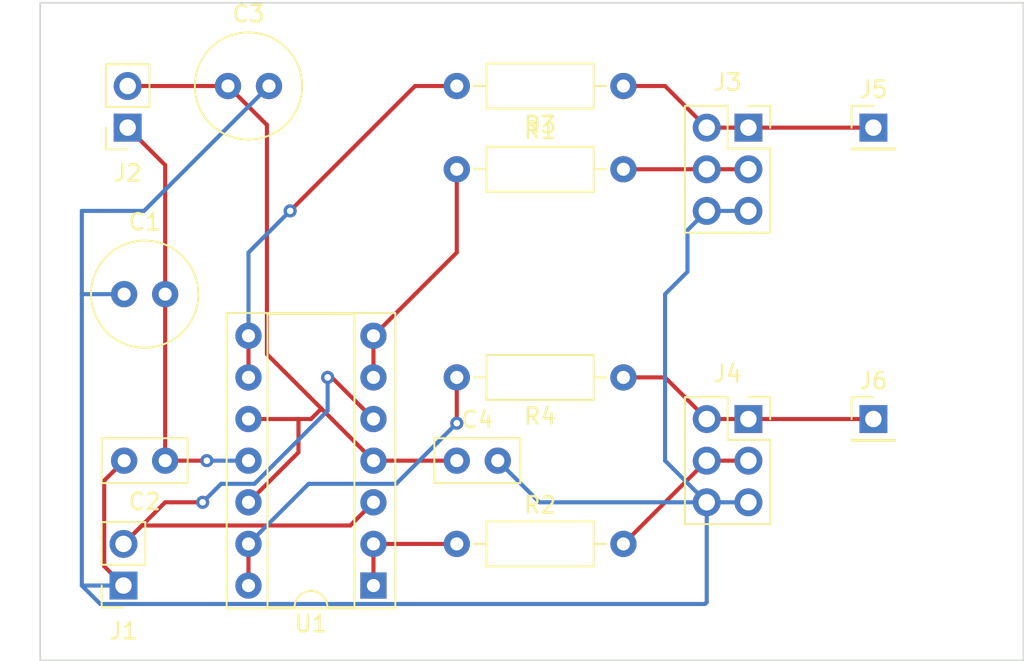
<source format=kicad_pcb>
(kicad_pcb (version 20221018) (generator pcbnew)
  (layers (0 "F.Cu" signal) (31 "B.Cu" signal) (34 "B.Paste" user) (35 "F.Paste" user) (36 "B.SilkS" user "B.Silkscreen") (37 "F.SilkS" user "F.Silkscreen") (38 "B.Mask" user) (39 "F.Mask" user) (44 "Edge.Cuts" user))
  (net 0 "")
  (net 1 "/Vcc")
  (net 2 "GND")
  (net 3 "/Vee")
  (net 4 "/Signal")
  (net 5 "Net-(J3-Pin_1)")
  (net 6 "Net-(J3-Pin_3)")
  (net 7 "Net-(U1B--)")
  (net 8 "Net-(J4-Pin_1)")
  (net 9 "Net-(U1A--)")
  (net 10 "Net-(J4-Pin_3)")
  (net 11 "Net-(U1C--)")
  (net 12 "Net-(U1D--)")
  (footprint "Resistor_THT:R_Axial_DIN0207_L6.3mm_D2.5mm_P10.16mm_Horizontal" (layer "F.Cu") (at 127 109.22)
    (fp_text reference "R2" (at 5.08 -2.37) (layer "F.SilkS"))
    (fp_text value "1.2k")
    (fp_line (start 1.04 0) (end 1.81 0) (stroke (width 0.12)) (layer "F.SilkS"))
    (fp_line (start 1.81 -1.37) (end 1.81 1.37) (stroke (width 0.12)) (layer "F.SilkS"))
    (fp_line (start 1.81 1.37) (end 8.35 1.37) (stroke (width 0.12)) (layer "F.SilkS"))
    (fp_line (start 8.35 -1.37) (end 1.81 -1.37) (stroke (width 0.12)) (layer "F.SilkS"))
    (fp_line (start 8.35 1.37) (end 8.35 -1.37) (stroke (width 0.12)) (layer "F.SilkS"))
    (fp_line (start 9.12 0) (end 8.35 0) (stroke (width 0.12)) (layer "F.SilkS"))
    (pad "1" thru_hole circle (at 0 0) (size 1.6 1.6) (drill 0.8) (layers "*.Cu" "*.Mask") (net 9 "Net-(U1A--)"))
    (pad "2" thru_hole oval (at 10.16 0) (size 1.6 1.6) (drill 0.8) (layers "*.Cu" "*.Mask") (net 10 "Net-(J4-Pin_3)"))
  )
  (footprint "Capacitor_THT:C_Disc_D5.0mm_W2.5mm_P2.50mm" (layer "F.Cu") (at 127 104.14)
    (fp_text reference "C4" (at 1.25 -2.5) (layer "F.SilkS"))
    (fp_text value "10n")
    (fp_line (start -1.37 -1.37) (end -1.37 1.37) (stroke (width 0.12)) (layer "F.SilkS"))
    (fp_line (start -1.37 -1.37) (end 3.87 -1.37) (stroke (width 0.12)) (layer "F.SilkS"))
    (fp_line (start -1.37 1.37) (end 3.87 1.37) (stroke (width 0.12)) (layer "F.SilkS"))
    (fp_line (start 3.87 -1.37) (end 3.87 1.37) (stroke (width 0.12)) (layer "F.SilkS"))
    (pad "1" thru_hole circle (at 0 0) (size 1.6 1.6) (drill 0.8) (layers "*.Cu" "*.Mask") (net 1 "/Vcc"))
    (pad "2" thru_hole circle (at 2.5 0) (size 1.6 1.6) (drill 0.8) (layers "*.Cu" "*.Mask") (net 2 "GND"))
  )
  (footprint "Connector_PinSocket_2.54mm:PinSocket_2x03_P2.54mm_Vertical" (layer "F.Cu") (at 144.78 101.6)
    (fp_text reference "J4" (at -1.27 -2.77) (layer "F.SilkS"))
    (fp_text value "Conn_02x03_Odd_Even")
    (fp_line (start -3.87 -1.33) (end -3.87 6.41) (stroke (width 0.12)) (layer "F.SilkS"))
    (fp_line (start -3.87 -1.33) (end -1.27 -1.33) (stroke (width 0.12)) (layer "F.SilkS"))
    (fp_line (start -3.87 6.41) (end 1.33 6.41) (stroke (width 0.12)) (layer "F.SilkS"))
    (fp_line (start -1.27 -1.33) (end -1.27 1.27) (stroke (width 0.12)) (layer "F.SilkS"))
    (fp_line (start -1.27 1.27) (end 1.33 1.27) (stroke (width 0.12)) (layer "F.SilkS"))
    (fp_line (start 0 -1.33) (end 1.33 -1.33) (stroke (width 0.12)) (layer "F.SilkS"))
    (fp_line (start 1.33 -1.33) (end 1.33 0) (stroke (width 0.12)) (layer "F.SilkS"))
    (fp_line (start 1.33 1.27) (end 1.33 6.41) (stroke (width 0.12)) (layer "F.SilkS"))
    (pad "1" thru_hole rect (at 0 0) (size 1.7 1.7) (drill 1) (layers "*.Cu" "*.Mask") (net 8 "Net-(J4-Pin_1)"))
    (pad "2" thru_hole oval (at -2.54 0) (size 1.7 1.7) (drill 1) (layers "*.Cu" "*.Mask") (net 8 "Net-(J4-Pin_1)"))
    (pad "3" thru_hole oval (at 0 2.54) (size 1.7 1.7) (drill 1) (layers "*.Cu" "*.Mask") (net 10 "Net-(J4-Pin_3)"))
    (pad "4" thru_hole oval (at -2.54 2.54) (size 1.7 1.7) (drill 1) (layers "*.Cu" "*.Mask") (net 10 "Net-(J4-Pin_3)"))
    (pad "5" thru_hole oval (at 0 5.08) (size 1.7 1.7) (drill 1) (layers "*.Cu" "*.Mask") (net 2 "GND"))
    (pad "6" thru_hole oval (at -2.54 5.08) (size 1.7 1.7) (drill 1) (layers "*.Cu" "*.Mask") (net 2 "GND"))
  )
  (footprint "Connector_PinSocket_2.54mm:PinSocket_2x03_P2.54mm_Vertical" (layer "F.Cu") (at 144.78 83.82)
    (fp_text reference "J3" (at -1.27 -2.77) (layer "F.SilkS"))
    (fp_text value "Conn_02x03_Odd_Even")
    (fp_line (start -3.87 -1.33) (end -3.87 6.41) (stroke (width 0.12)) (layer "F.SilkS"))
    (fp_line (start -3.87 -1.33) (end -1.27 -1.33) (stroke (width 0.12)) (layer "F.SilkS"))
    (fp_line (start -3.87 6.41) (end 1.33 6.41) (stroke (width 0.12)) (layer "F.SilkS"))
    (fp_line (start -1.27 -1.33) (end -1.27 1.27) (stroke (width 0.12)) (layer "F.SilkS"))
    (fp_line (start -1.27 1.27) (end 1.33 1.27) (stroke (width 0.12)) (layer "F.SilkS"))
    (fp_line (start 0 -1.33) (end 1.33 -1.33) (stroke (width 0.12)) (layer "F.SilkS"))
    (fp_line (start 1.33 -1.33) (end 1.33 0) (stroke (width 0.12)) (layer "F.SilkS"))
    (fp_line (start 1.33 1.27) (end 1.33 6.41) (stroke (width 0.12)) (layer "F.SilkS"))
    (pad "1" thru_hole rect (at 0 0) (size 1.7 1.7) (drill 1) (layers "*.Cu" "*.Mask") (net 5 "Net-(J3-Pin_1)"))
    (pad "2" thru_hole oval (at -2.54 0) (size 1.7 1.7) (drill 1) (layers "*.Cu" "*.Mask") (net 5 "Net-(J3-Pin_1)"))
    (pad "3" thru_hole oval (at 0 2.54) (size 1.7 1.7) (drill 1) (layers "*.Cu" "*.Mask") (net 6 "Net-(J3-Pin_3)"))
    (pad "4" thru_hole oval (at -2.54 2.54) (size 1.7 1.7) (drill 1) (layers "*.Cu" "*.Mask") (net 6 "Net-(J3-Pin_3)"))
    (pad "5" thru_hole oval (at 0 5.08) (size 1.7 1.7) (drill 1) (layers "*.Cu" "*.Mask") (net 2 "GND"))
    (pad "6" thru_hole oval (at -2.54 5.08) (size 1.7 1.7) (drill 1) (layers "*.Cu" "*.Mask") (net 2 "GND"))
  )
  (footprint "Connector_PinSocket_2.54mm:PinSocket_1x02_P2.54mm_Vertical" (layer "F.Cu") (at 106.68 111.76 180)
    (fp_text reference "J1" (at 0 -2.77) (layer "F.SilkS"))
    (fp_text value "Conn_01x02_Socket")
    (fp_line (start -1.33 1.27) (end -1.33 3.87) (stroke (width 0.12)) (layer "F.SilkS"))
    (fp_line (start -1.33 1.27) (end 1.33 1.27) (stroke (width 0.12)) (layer "F.SilkS"))
    (fp_line (start -1.33 3.87) (end 1.33 3.87) (stroke (width 0.12)) (layer "F.SilkS"))
    (fp_line (start 0 -1.33) (end 1.33 -1.33) (stroke (width 0.12)) (layer "F.SilkS"))
    (fp_line (start 1.33 -1.33) (end 1.33 0) (stroke (width 0.12)) (layer "F.SilkS"))
    (fp_line (start 1.33 1.27) (end 1.33 3.87) (stroke (width 0.12)) (layer "F.SilkS"))
    (pad "1" thru_hole rect (at 0 0 180) (size 1.7 1.7) (drill 1) (layers "*.Cu" "*.Mask") (net 2 "GND"))
    (pad "2" thru_hole oval (at 0 2.54 180) (size 1.7 1.7) (drill 1) (layers "*.Cu" "*.Mask") (net 4 "/Signal"))
  )
  (footprint "Connector_PinHeader_2.54mm:PinHeader_1x01_P2.54mm_Vertical" (layer "F.Cu") (at 152.4 83.82)
    (fp_text reference "J5" (at 0 -2.33) (layer "F.SilkS"))
    (fp_text value "Conn_01x01")
    (fp_line (start -1.33 -1.33) (end 0 -1.33) (stroke (width 0.12)) (layer "F.SilkS"))
    (fp_line (start -1.33 0) (end -1.33 -1.33) (stroke (width 0.12)) (layer "F.SilkS"))
    (fp_line (start -1.33 1.27) (end -1.33 1.33) (stroke (width 0.12)) (layer "F.SilkS"))
    (fp_line (start -1.33 1.27) (end 1.33 1.27) (stroke (width 0.12)) (layer "F.SilkS"))
    (fp_line (start -1.33 1.33) (end 1.33 1.33) (stroke (width 0.12)) (layer "F.SilkS"))
    (fp_line (start 1.33 1.27) (end 1.33 1.33) (stroke (width 0.12)) (layer "F.SilkS"))
    (pad "1" thru_hole rect (at 0 0) (size 1.7 1.7) (drill 1) (layers "*.Cu" "*.Mask") (net 5 "Net-(J3-Pin_1)"))
  )
  (footprint "Connector_PinSocket_2.54mm:PinSocket_1x02_P2.54mm_Vertical" (layer "F.Cu") (at 106.934 83.82 180)
    (fp_text reference "J2" (at 0 -2.77) (layer "F.SilkS"))
    (fp_text value "Conn_01x02_Socket")
    (fp_line (start -1.33 1.27) (end -1.33 3.87) (stroke (width 0.12)) (layer "F.SilkS"))
    (fp_line (start -1.33 1.27) (end 1.33 1.27) (stroke (width 0.12)) (layer "F.SilkS"))
    (fp_line (start -1.33 3.87) (end 1.33 3.87) (stroke (width 0.12)) (layer "F.SilkS"))
    (fp_line (start 0 -1.33) (end 1.33 -1.33) (stroke (width 0.12)) (layer "F.SilkS"))
    (fp_line (start 1.33 -1.33) (end 1.33 0) (stroke (width 0.12)) (layer "F.SilkS"))
    (fp_line (start 1.33 1.27) (end 1.33 3.87) (stroke (width 0.12)) (layer "F.SilkS"))
    (pad "1" thru_hole rect (at 0 0 180) (size 1.7 1.7) (drill 1) (layers "*.Cu" "*.Mask") (net 3 "/Vee"))
    (pad "2" thru_hole oval (at 0 2.54 180) (size 1.7 1.7) (drill 1) (layers "*.Cu" "*.Mask") (net 1 "/Vcc"))
  )
  (footprint "Resistor_THT:R_Axial_DIN0207_L6.3mm_D2.5mm_P10.16mm_Horizontal" (layer "F.Cu") (at 137.16 99.06 180)
    (fp_text reference "R4" (at 5.08 -2.37) (layer "F.SilkS"))
    (fp_text value "220")
    (fp_line (start 1.04 0) (end 1.81 0) (stroke (width 0.12)) (layer "F.SilkS"))
    (fp_line (start 1.81 -1.37) (end 1.81 1.37) (stroke (width 0.12)) (layer "F.SilkS"))
    (fp_line (start 1.81 1.37) (end 8.35 1.37) (stroke (width 0.12)) (layer "F.SilkS"))
    (fp_line (start 8.35 -1.37) (end 1.81 -1.37) (stroke (width 0.12)) (layer "F.SilkS"))
    (fp_line (start 8.35 1.37) (end 8.35 -1.37) (stroke (width 0.12)) (layer "F.SilkS"))
    (fp_line (start 9.12 0) (end 8.35 0) (stroke (width 0.12)) (layer "F.SilkS"))
    (pad "1" thru_hole circle (at 0 0 180) (size 1.6 1.6) (drill 0.8) (layers "*.Cu" "*.Mask") (net 8 "Net-(J4-Pin_1)"))
    (pad "2" thru_hole oval (at 10.16 0 180) (size 1.6 1.6) (drill 0.8) (layers "*.Cu" "*.Mask") (net 12 "Net-(U1D--)"))
  )
  (footprint "Capacitor_THT:C_Disc_D5.0mm_W2.5mm_P2.50mm" (layer "F.Cu") (at 109.22 104.14 180)
    (fp_text reference "C2" (at 1.25 -2.5) (layer "F.SilkS"))
    (fp_text value "10n")
    (fp_line (start -1.37 -1.37) (end -1.37 1.37) (stroke (width 0.12)) (layer "F.SilkS"))
    (fp_line (start -1.37 -1.37) (end 3.87 -1.37) (stroke (width 0.12)) (layer "F.SilkS"))
    (fp_line (start -1.37 1.37) (end 3.87 1.37) (stroke (width 0.12)) (layer "F.SilkS"))
    (fp_line (start 3.87 -1.37) (end 3.87 1.37) (stroke (width 0.12)) (layer "F.SilkS"))
    (pad "1" thru_hole circle (at 0 0 180) (size 1.6 1.6) (drill 0.8) (layers "*.Cu" "*.Mask") (net 3 "/Vee"))
    (pad "2" thru_hole circle (at 2.5 0 180) (size 1.6 1.6) (drill 0.8) (layers "*.Cu" "*.Mask") (net 2 "GND"))
  )
  (footprint "Resistor_THT:R_Axial_DIN0207_L6.3mm_D2.5mm_P10.16mm_Horizontal" (layer "F.Cu") (at 127 86.36)
    (fp_text reference "R1" (at 5.08 -2.37) (layer "F.SilkS"))
    (fp_text value "1.2k")
    (fp_line (start 1.04 0) (end 1.81 0) (stroke (width 0.12)) (layer "F.SilkS"))
    (fp_line (start 1.81 -1.37) (end 1.81 1.37) (stroke (width 0.12)) (layer "F.SilkS"))
    (fp_line (start 1.81 1.37) (end 8.35 1.37) (stroke (width 0.12)) (layer "F.SilkS"))
    (fp_line (start 8.35 -1.37) (end 1.81 -1.37) (stroke (width 0.12)) (layer "F.SilkS"))
    (fp_line (start 8.35 1.37) (end 8.35 -1.37) (stroke (width 0.12)) (layer "F.SilkS"))
    (fp_line (start 9.12 0) (end 8.35 0) (stroke (width 0.12)) (layer "F.SilkS"))
    (pad "1" thru_hole circle (at 0 0) (size 1.6 1.6) (drill 0.8) (layers "*.Cu" "*.Mask") (net 7 "Net-(U1B--)"))
    (pad "2" thru_hole oval (at 10.16 0) (size 1.6 1.6) (drill 0.8) (layers "*.Cu" "*.Mask") (net 6 "Net-(J3-Pin_3)"))
  )
  (footprint "Capacitor_THT:C_Radial_D6.3mm_H5.0mm_P2.50mm" (layer "F.Cu") (at 106.72 93.98)
    (fp_text reference "C1" (at 1.25 -4.4) (layer "F.SilkS"))
    (fp_text value "2.2u")
    (fp_circle (center 1.25 0) (end 4.52 0) (stroke (width 0.12)) (fill none) (layer "F.SilkS"))
    (pad "1" thru_hole circle (at 0 0) (size 1.6 1.6) (drill 0.8) (layers "*.Cu" "*.Mask") (net 2 "GND"))
    (pad "2" thru_hole circle (at 2.5 0) (size 1.6 1.6) (drill 0.8) (layers "*.Cu" "*.Mask") (net 3 "/Vee"))
  )
  (footprint "Capacitor_THT:C_Radial_D6.3mm_H5.0mm_P2.50mm" (layer "F.Cu") (at 113.05 81.28)
    (fp_text reference "C3" (at 1.25 -4.4) (layer "F.SilkS"))
    (fp_text value "2.2u")
    (fp_circle (center 1.25 0) (end 4.52 0) (stroke (width 0.12)) (fill none) (layer "F.SilkS"))
    (pad "1" thru_hole circle (at 0 0) (size 1.6 1.6) (drill 0.8) (layers "*.Cu" "*.Mask") (net 1 "/Vcc"))
    (pad "2" thru_hole circle (at 2.5 0) (size 1.6 1.6) (drill 0.8) (layers "*.Cu" "*.Mask") (net 2 "GND"))
  )
  (footprint "Resistor_THT:R_Axial_DIN0207_L6.3mm_D2.5mm_P10.16mm_Horizontal" (layer "F.Cu") (at 137.16 81.28 180)
    (fp_text reference "R3" (at 5.08 -2.37) (layer "F.SilkS"))
    (fp_text value "220")
    (fp_line (start 1.04 0) (end 1.81 0) (stroke (width 0.12)) (layer "F.SilkS"))
    (fp_line (start 1.81 -1.37) (end 1.81 1.37) (stroke (width 0.12)) (layer "F.SilkS"))
    (fp_line (start 1.81 1.37) (end 8.35 1.37) (stroke (width 0.12)) (layer "F.SilkS"))
    (fp_line (start 8.35 -1.37) (end 1.81 -1.37) (stroke (width 0.12)) (layer "F.SilkS"))
    (fp_line (start 8.35 1.37) (end 8.35 -1.37) (stroke (width 0.12)) (layer "F.SilkS"))
    (fp_line (start 9.12 0) (end 8.35 0) (stroke (width 0.12)) (layer "F.SilkS"))
    (pad "1" thru_hole circle (at 0 0 180) (size 1.6 1.6) (drill 0.8) (layers "*.Cu" "*.Mask") (net 5 "Net-(J3-Pin_1)"))
    (pad "2" thru_hole oval (at 10.16 0 180) (size 1.6 1.6) (drill 0.8) (layers "*.Cu" "*.Mask") (net 11 "Net-(U1C--)"))
  )
  (footprint "Package_DIP:DIP-14_W7.62mm_Socket" (layer "F.Cu") (at 121.92 111.76 180)
    (fp_text reference "U1" (at 3.81 -2.33) (layer "F.SilkS"))
    (fp_text value "TL084")
    (fp_line (start -1.33 -1.39) (end -1.33 16.63) (stroke (width 0.12)) (layer "F.SilkS"))
    (fp_line (start -1.33 16.63) (end 8.95 16.63) (stroke (width 0.12)) (layer "F.SilkS"))
    (fp_line (start 1.16 -1.33) (end 1.16 16.57) (stroke (width 0.12)) (layer "F.SilkS"))
    (fp_line (start 1.16 16.57) (end 6.46 16.57) (stroke (width 0.12)) (layer "F.SilkS"))
    (fp_line (start 2.81 -1.33) (end 1.16 -1.33) (stroke (width 0.12)) (layer "F.SilkS"))
    (fp_line (start 6.46 -1.33) (end 4.81 -1.33) (stroke (width 0.12)) (layer "F.SilkS"))
    (fp_line (start 6.46 16.57) (end 6.46 -1.33) (stroke (width 0.12)) (layer "F.SilkS"))
    (fp_line (start 8.95 -1.39) (end -1.33 -1.39) (stroke (width 0.12)) (layer "F.SilkS"))
    (fp_line (start 8.95 16.63) (end 8.95 -1.39) (stroke (width 0.12)) (layer "F.SilkS"))
    (fp_arc (start 4.81 -1.33) (mid 3.81 -0.33) (end 2.81 -1.33) (stroke (width 0.12)) (layer "F.SilkS"))
    (pad "1" thru_hole rect (at 0 0 180) (size 1.6 1.6) (drill 0.8) (layers "*.Cu" "*.Mask") (net 9 "Net-(U1A--)"))
    (pad "2" thru_hole oval (at 0 2.54 180) (size 1.6 1.6) (drill 0.8) (layers "*.Cu" "*.Mask") (net 9 "Net-(U1A--)"))
    (pad "3" thru_hole oval (at 0 5.08 180) (size 1.6 1.6) (drill 0.8) (layers "*.Cu" "*.Mask") (net 4 "/Signal"))
    (pad "4" thru_hole oval (at 0 7.62 180) (size 1.6 1.6) (drill 0.8) (layers "*.Cu" "*.Mask") (net 1 "/Vcc"))
    (pad "5" thru_hole oval (at 0 10.16 180) (size 1.6 1.6) (drill 0.8) (layers "*.Cu" "*.Mask") (net 4 "/Signal"))
    (pad "6" thru_hole oval (at 0 12.7 180) (size 1.6 1.6) (drill 0.8) (layers "*.Cu" "*.Mask") (net 7 "Net-(U1B--)"))
    (pad "7" thru_hole oval (at 0 15.24 180) (size 1.6 1.6) (drill 0.8) (layers "*.Cu" "*.Mask") (net 7 "Net-(U1B--)"))
    (pad "8" thru_hole oval (at 7.62 15.24 180) (size 1.6 1.6) (drill 0.8) (layers "*.Cu" "*.Mask") (net 11 "Net-(U1C--)"))
    (pad "9" thru_hole oval (at 7.62 12.7 180) (size 1.6 1.6) (drill 0.8) (layers "*.Cu" "*.Mask") (net 11 "Net-(U1C--)"))
    (pad "10" thru_hole oval (at 7.62 10.16 180) (size 1.6 1.6) (drill 0.8) (layers "*.Cu" "*.Mask") (net 1 "/Vcc"))
    (pad "11" thru_hole oval (at 7.62 7.62 180) (size 1.6 1.6) (drill 0.8) (layers "*.Cu" "*.Mask") (net 3 "/Vee"))
    (pad "12" thru_hole oval (at 7.62 5.08 180) (size 1.6 1.6) (drill 0.8) (layers "*.Cu" "*.Mask") (net 1 "/Vcc"))
    (pad "13" thru_hole oval (at 7.62 2.54 180) (size 1.6 1.6) (drill 0.8) (layers "*.Cu" "*.Mask") (net 12 "Net-(U1D--)"))
    (pad "14" thru_hole oval (at 7.62 0 180) (size 1.6 1.6) (drill 0.8) (layers "*.Cu" "*.Mask") (net 12 "Net-(U1D--)"))
  )
  (footprint "Connector_PinHeader_2.54mm:PinHeader_1x01_P2.54mm_Vertical" (layer "F.Cu") (at 152.4 101.6)
    (fp_text reference "J6" (at 0 -2.33) (layer "F.SilkS"))
    (fp_text value "Conn_01x01")
    (fp_line (start -1.33 -1.33) (end 0 -1.33) (stroke (width 0.12)) (layer "F.SilkS"))
    (fp_line (start -1.33 0) (end -1.33 -1.33) (stroke (width 0.12)) (layer "F.SilkS"))
    (fp_line (start -1.33 1.27) (end -1.33 1.33) (stroke (width 0.12)) (layer "F.SilkS"))
    (fp_line (start -1.33 1.27) (end 1.33 1.27) (stroke (width 0.12)) (layer "F.SilkS"))
    (fp_line (start -1.33 1.33) (end 1.33 1.33) (stroke (width 0.12)) (layer "F.SilkS"))
    (fp_line (start 1.33 1.27) (end 1.33 1.33) (stroke (width 0.12)) (layer "F.SilkS"))
    (pad "1" thru_hole rect (at 0 0) (size 1.7 1.7) (drill 1) (layers "*.Cu" "*.Mask") (net 8 "Net-(J4-Pin_1)"))
  )
  (gr_rect (start 101.6 76.2) (end 161.544 116.332) (stroke (width 0.1)) (fill none) (layer "Edge.Cuts"))
  (segment (start 117.348 101.6) (end 118.11 101.6) (width 0.25) (layer "F.Cu") (net 1))
  (segment (start 114.3 106.68) (end 117.348 103.632) (width 0.25) (layer "F.Cu") (net 1))
  (segment (start 113.05 81.28) (end 106.934 81.28) (width 0.25) (layer "F.Cu") (net 1))
  (segment (start 118.11 101.6) (end 118.745 100.965) (width 0.25) (layer "F.Cu") (net 1))
  (segment (start 117.348 103.632) (end 117.348 101.6) (width 0.25) (layer "F.Cu") (net 1))
  (segment (start 118.745 100.965) (end 121.92 104.14) (width 0.25) (layer "F.Cu") (net 1))
  (segment (start 114.3 101.6) (end 117.348 101.6) (width 0.25) (layer "F.Cu") (net 1))
  (segment (start 115.425 97.645) (end 118.745 100.965) (width 0.25) (layer "F.Cu") (net 1))
  (segment (start 113.05 81.28) (end 115.425 83.655) (width 0.25) (layer "F.Cu") (net 1))
  (segment (start 127 104.14) (end 121.92 104.14) (width 0.25) (layer "F.Cu") (net 1))
  (segment (start 115.425 83.655) (end 115.425 97.645) (width 0.25) (layer "F.Cu") (net 1))
  (segment (start 105.505 105.355) (end 105.505 110.585) (width 0.25) (layer "F.Cu") (net 2))
  (segment (start 106.72 104.14) (end 105.505 105.355) (width 0.25) (layer "F.Cu") (net 2))
  (segment (start 105.505 110.585) (end 106.68 111.76) (width 0.25) (layer "F.Cu") (net 2))
  (segment (start 144.78 88.9) (end 142.24 88.9) (width 0.25) (layer "B.Cu") (net 2))
  (segment (start 104.14 111.76) (end 104.14 93.98) (width 0.25) (layer "B.Cu") (net 2))
  (segment (start 106.68 111.76) (end 104.14 111.76) (width 0.25) (layer "B.Cu") (net 2))
  (segment (start 142.24 112.776) (end 142.24 106.68) (width 0.25) (layer "B.Cu") (net 2))
  (segment (start 139.7 93.98) (end 139.7 104.14) (width 0.25) (layer "B.Cu") (net 2))
  (segment (start 107.93 88.9) (end 115.55 81.28) (width 0.25) (layer "B.Cu") (net 2))
  (segment (start 104.14 88.9) (end 107.93 88.9) (width 0.25) (layer "B.Cu") (net 2))
  (segment (start 142.24 106.68) (end 144.78 106.68) (width 0.25) (layer "B.Cu") (net 2))
  (segment (start 104.14 93.98) (end 104.14 88.9) (width 0.25) (layer "B.Cu") (net 2))
  (segment (start 105.265 112.885) (end 142.131 112.885) (width 0.25) (layer "B.Cu") (net 2))
  (segment (start 139.7 104.14) (end 142.24 106.68) (width 0.25) (layer "B.Cu") (net 2))
  (segment (start 132.04 106.68) (end 129.5 104.14) (width 0.25) (layer "B.Cu") (net 2))
  (segment (start 142.24 106.68) (end 132.04 106.68) (width 0.25) (layer "B.Cu") (net 2))
  (segment (start 141.065 92.615) (end 139.7 93.98) (width 0.25) (layer "B.Cu") (net 2))
  (segment (start 141.065 90.075) (end 141.065 92.615) (width 0.25) (layer "B.Cu") (net 2))
  (segment (start 142.131 112.885) (end 142.24 112.776) (width 0.25) (layer "B.Cu") (net 2))
  (segment (start 142.24 88.9) (end 141.065 90.075) (width 0.25) (layer "B.Cu") (net 2))
  (segment (start 104.14 111.76) (end 105.265 112.885) (width 0.25) (layer "B.Cu") (net 2))
  (segment (start 104.14 93.98) (end 106.72 93.98) (width 0.25) (layer "B.Cu") (net 2))
  (segment (start 109.22 86.106) (end 106.934 83.82) (width 0.25) (layer "F.Cu") (net 3))
  (segment (start 109.22 104.14) (end 111.76 104.14) (width 0.25) (layer "F.Cu") (net 3))
  (segment (start 109.22 93.98) (end 109.22 86.106) (width 0.25) (layer "F.Cu") (net 3))
  (segment (start 109.22 104.14) (end 109.22 93.98) (width 0.25) (layer "F.Cu") (net 3))
  (via (at 111.76 104.14) (size 0.8) (drill 0.4) (layers "F.Cu" "B.Cu") (net 3))
  (segment (start 111.76 104.14) (end 114.3 104.14) (width 0.25) (layer "B.Cu") (net 3))
  (segment (start 120.505 108.095) (end 121.92 106.68) (width 0.25) (layer "F.Cu") (net 4))
  (segment (start 119.126 99.06) (end 119.38 99.06) (width 0.25) (layer "F.Cu") (net 4))
  (segment (start 107.805 108.095) (end 120.505 108.095) (width 0.25) (layer "F.Cu") (net 4))
  (segment (start 119.38 99.06) (end 121.92 101.6) (width 0.25) (layer "F.Cu") (net 4))
  (segment (start 106.68 109.22) (end 109.22 106.68) (width 0.25) (layer "F.Cu") (net 4))
  (segment (start 106.68 109.22) (end 107.805 108.095) (width 0.25) (layer "F.Cu") (net 4))
  (segment (start 109.22 106.68) (end 111.506 106.68) (width 0.25) (layer "F.Cu") (net 4))
  (via (at 119.126 99.06) (size 0.8) (drill 0.4) (layers "F.Cu" "B.Cu") (net 4))
  (via (at 111.506 106.68) (size 0.8) (drill 0.4) (layers "F.Cu" "B.Cu") (net 4))
  (segment (start 112.631 105.555) (end 114.663 105.555) (width 0.25) (layer "B.Cu") (net 4))
  (segment (start 114.663 105.555) (end 119.126 101.092) (width 0.25) (layer "B.Cu") (net 4))
  (segment (start 119.126 101.092) (end 119.126 99.06) (width 0.25) (layer "B.Cu") (net 4))
  (segment (start 111.506 106.68) (end 112.631 105.555) (width 0.25) (layer "B.Cu") (net 4))
  (segment (start 139.7 81.28) (end 142.24 83.82) (width 0.25) (layer "F.Cu") (net 5))
  (segment (start 137.16 81.28) (end 139.7 81.28) (width 0.25) (layer "F.Cu") (net 5))
  (segment (start 144.78 83.82) (end 152.4 83.82) (width 0.25) (layer "F.Cu") (net 5))
  (segment (start 142.24 83.82) (end 144.78 83.82) (width 0.25) (layer "F.Cu") (net 5))
  (segment (start 142.24 86.36) (end 144.78 86.36) (width 0.25) (layer "F.Cu") (net 6))
  (segment (start 137.16 86.36) (end 142.24 86.36) (width 0.25) (layer "F.Cu") (net 6))
  (segment (start 127 91.44) (end 121.92 96.52) (width 0.25) (layer "F.Cu") (net 7))
  (segment (start 121.92 96.52) (end 121.92 99.06) (width 0.25) (layer "F.Cu") (net 7))
  (segment (start 127 86.36) (end 127 91.44) (width 0.25) (layer "F.Cu") (net 7))
  (segment (start 137.16 99.06) (end 139.7 99.06) (width 0.25) (layer "F.Cu") (net 8))
  (segment (start 144.78 101.6) (end 152.4 101.6) (width 0.25) (layer "F.Cu") (net 8))
  (segment (start 139.7 99.06) (end 142.24 101.6) (width 0.25) (layer "F.Cu") (net 8))
  (segment (start 142.24 101.6) (end 144.78 101.6) (width 0.25) (layer "F.Cu") (net 8))
  (segment (start 121.92 111.76) (end 121.92 109.22) (width 0.25) (layer "F.Cu") (net 9))
  (segment (start 127 109.22) (end 121.92 109.22) (width 0.25) (layer "F.Cu") (net 9))
  (segment (start 142.24 104.14) (end 144.78 104.14) (width 0.25) (layer "F.Cu") (net 10))
  (segment (start 137.16 109.22) (end 142.24 104.14) (width 0.25) (layer "F.Cu") (net 10))
  (segment (start 114.3 96.52) (end 114.3 99.06) (width 0.25) (layer "F.Cu") (net 11))
  (segment (start 127 81.28) (end 124.46 81.28) (width 0.25) (layer "F.Cu") (net 11))
  (segment (start 124.46 81.28) (end 116.84 88.9) (width 0.25) (layer "F.Cu") (net 11))
  (via (at 114.3 96.52) (size 0.8) (drill 0.4) (layers "F.Cu" "B.Cu") (net 11))
  (via (at 116.84 88.9) (size 0.8) (drill 0.4) (layers "F.Cu" "B.Cu") (net 11))
  (segment (start 116.84 88.9) (end 114.3 91.44) (width 0.25) (layer "B.Cu") (net 11))
  (segment (start 114.3 91.44) (end 114.3 96.52) (width 0.25) (layer "B.Cu") (net 11))
  (segment (start 127 99.06) (end 127 101.854) (width 0.25) (layer "F.Cu") (net 12))
  (segment (start 114.3 109.22) (end 114.3 111.76) (width 0.25) (layer "F.Cu") (net 12))
  (via (at 127 101.854) (size 0.8) (drill 0.4) (layers "F.Cu" "B.Cu") (net 12))
  (via (at 114.3 111.76) (size 0.8) (drill 0.4) (layers "F.Cu" "B.Cu") (net 12))
  (segment (start 117.965 105.555) (end 114.3 109.22) (width 0.25) (layer "B.Cu") (net 12))
  (segment (start 127 101.854) (end 123.299 105.555) (width 0.25) (layer "B.Cu") (net 12))
  (segment (start 123.299 105.555) (end 117.965 105.555) (width 0.25) (layer "B.Cu") (net 12))
)
</source>
